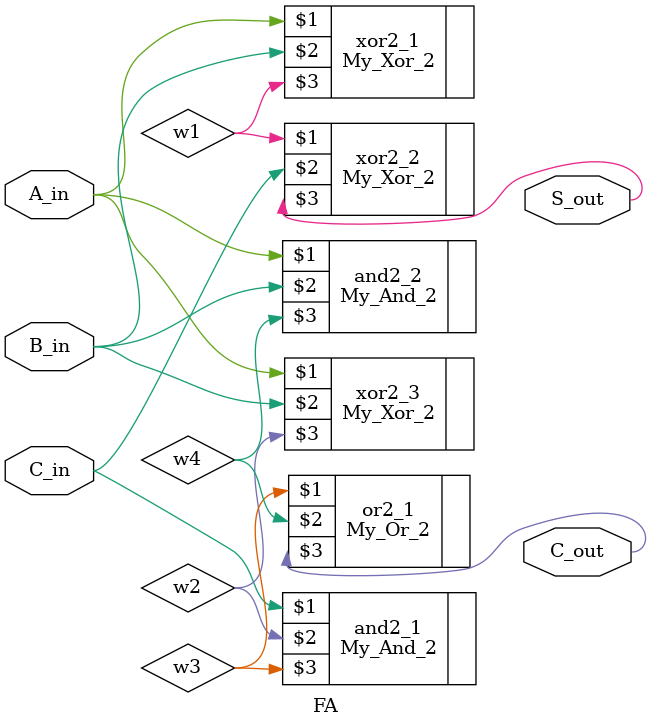
<source format=v>

module HA 
(
    input A_in,  
    input B_in, 
    output S_out, 
    output C_out
);  
  
    assign S_out = A_in ^ B_in;
    assign C_out = A_in & B_in;
endmodule  

module FA 
(
    input A_in,  
    input B_in, 
    input C_in,   
    output S_out, 
    output C_out
);  
  
    wire  w1;

    wire w2;
    wire w3;
    wire w4;


    My_Xor_2 xor2_1(A_in, B_in, w1);
    My_Xor_2 xor2_2(w1, C_in, S_out);

    My_Xor_2 xor2_3(A_in, B_in, w2);
    My_And_2 and2_1(C_in, w2, w3);
    My_And_2 and2_2(A_in, B_in, w4);
    My_Or_2 or2_1(w3, w4, C_out);


    // assign S_out = A_in ^ B_in ^ C_in;
    // assign C_out = (A_in & B_in) | (C_in & (A_in ^ B_in));
endmodule  
</source>
